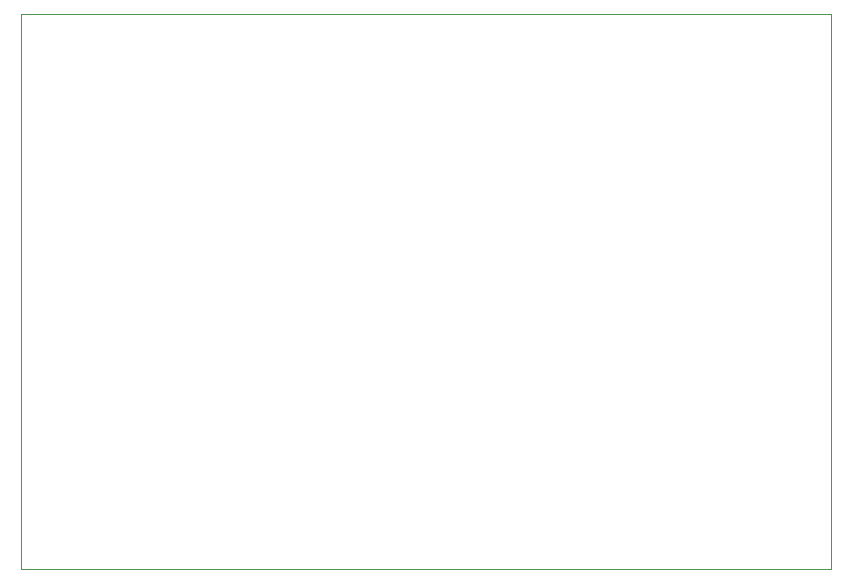
<source format=gbr>
G04 #@! TF.GenerationSoftware,KiCad,Pcbnew,6.0.2-378541a8eb~116~ubuntu21.10.1*
G04 #@! TF.CreationDate,2022-03-31T10:48:05+02:00*
G04 #@! TF.ProjectId,AbcTestBoard,41626354-6573-4744-926f-6172642e6b69,rev?*
G04 #@! TF.SameCoordinates,Original*
G04 #@! TF.FileFunction,Profile,NP*
%FSLAX46Y46*%
G04 Gerber Fmt 4.6, Leading zero omitted, Abs format (unit mm)*
G04 Created by KiCad (PCBNEW 6.0.2-378541a8eb~116~ubuntu21.10.1) date 2022-03-31 10:48:05*
%MOMM*%
%LPD*%
G01*
G04 APERTURE LIST*
G04 #@! TA.AperFunction,Profile*
%ADD10C,0.100000*%
G04 #@! TD*
G04 APERTURE END LIST*
D10*
X40640000Y-109220000D02*
X40640000Y-62230000D01*
X109220000Y-62230000D02*
X109220000Y-109220000D01*
X40640000Y-62230000D02*
X109220000Y-62230000D01*
X109220000Y-109220000D02*
X40640000Y-109220000D01*
M02*

</source>
